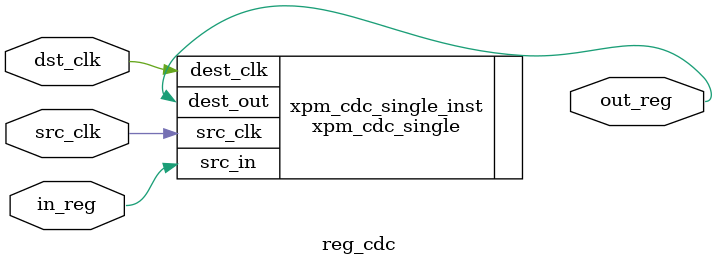
<source format=v>
`timescale 1ns / 1ps


module reg_cdc(
    input in_reg,
    output out_reg,
    input src_clk,
    input dst_clk
    
);

    xpm_cdc_single xpm_cdc_single_inst(.src_in(in_reg), .dest_out(out_reg), .src_clk(src_clk), .dest_clk(dst_clk));
endmodule

</source>
